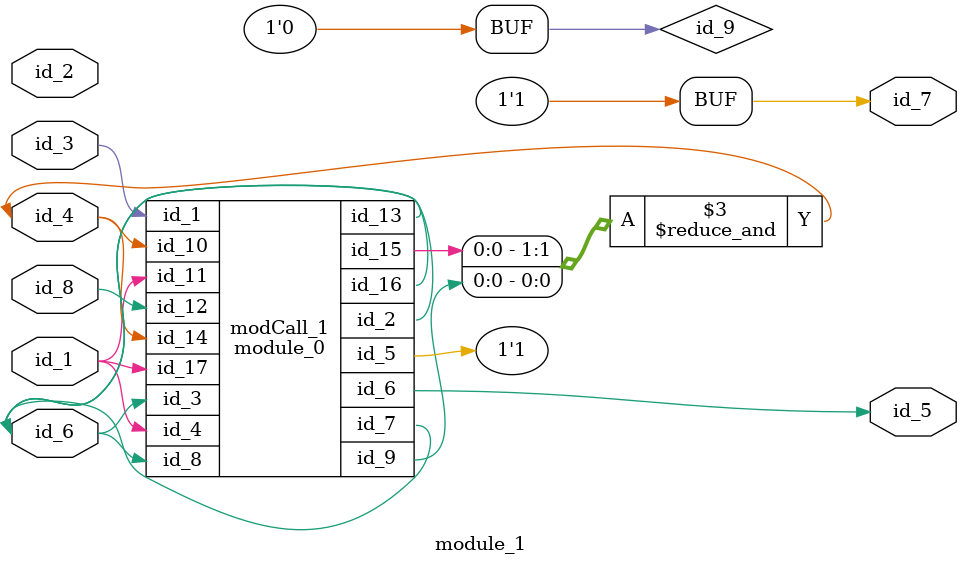
<source format=v>
module module_0 (
    id_1,
    id_2,
    id_3,
    id_4,
    id_5,
    id_6,
    id_7,
    id_8,
    id_9,
    id_10,
    id_11,
    id_12,
    id_13,
    id_14,
    id_15,
    id_16,
    id_17
);
  input wire id_17;
  inout wire id_16;
  output wire id_15;
  input wire id_14;
  output wire id_13;
  input wire id_12;
  input wire id_11;
  input wire id_10;
  inout wire id_9;
  input wire id_8;
  inout wire id_7;
  output wire id_6;
  output wire id_5;
  input wire id_4;
  input wire id_3;
  output wire id_2;
  input wire id_1;
  wire id_18;
endmodule
module module_1 (
    id_1,
    id_2,
    id_3,
    id_4,
    id_5,
    id_6,
    id_7,
    id_8
);
  inout wire id_8;
  output tri id_7;
  inout wire id_6;
  output wire id_5;
  inout wand id_4;
  input wire id_3;
  module_0 modCall_1 (
      id_3,
      id_6,
      id_6,
      id_1,
      id_7,
      id_5,
      id_6,
      id_6,
      id_4,
      id_4,
      id_1,
      id_8,
      id_6,
      id_4,
      id_4,
      id_6,
      id_1
  );
  input wire id_2;
  input wire id_1;
  wire id_9;
  assign id_7 = 1;
  assign #1 id_9 = 1'b0;
endmodule

</source>
